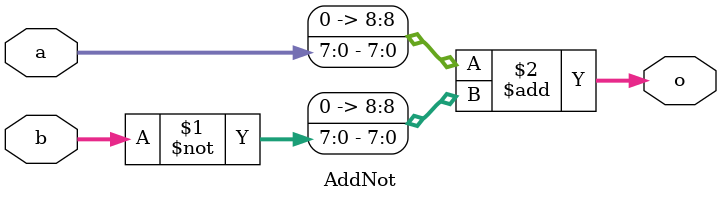
<source format=sv>
module AddNot(	// /Users/andrewy/wsp/circt/integration_test/Dialect/FIRRTL/Regress/AddNot.fir:6:10
  input  [7:0] a, b,
  output [8:0] o);

  assign o = {1'h0, a} + {1'h0, ~b};	// /Users/andrewy/wsp/circt/integration_test/Dialect/FIRRTL/Regress/AddNot.fir:6:10, :10:{10,17}
endmodule


</source>
